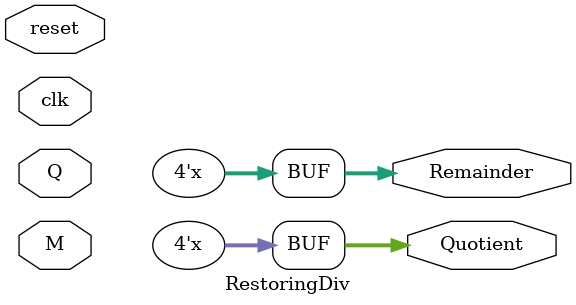
<source format=v>
`timescale 1ns / 1ps


module RestoringDiv(clk, reset, Q, M, Quotient, Remainder);
input clk, reset;
input [3:0] Q, M;
output reg [3:0] Quotient, Remainder;

localparam S0 = 3'd0;
localparam S1 = 3'd1;
localparam S2 = 3'd2;
localparam S3 = 3'd3;
localparam S4 = 3'd4;
localparam S5 = 3'd5;
localparam S6 = 3'd6;

reg [2:0] state, nextState;

reg [8:0] A;
//reg [4:0] m, m_comp;
reg [2:0] count;

always @(posedge clk or posedge reset)
begin
    if(reset)
        state <= S0;
    else
        state <= nextState;
end


always @(*)
case(state)
S0: begin
    A = {5'd0, Q};
    count = 3'd0;
   // m_comp = {1'b1, -M};
    
    nextState = S1;
end

S1: begin
    A = {A[7:0], 1'b0};
    
    nextState = S2;
end


S2: begin
    A[8:4] = A[8:4] - M;
    
    if(A[8])
        nextState = S3;
    else if(!A[8])
        nextState = S4;
end

S3: begin
    A[8:4] = A[8:4] + M;
    
    nextState = S5;
end

S4: begin
    A[0] = 1'b1;
    
    nextState = S5;
end

S5: begin
    count = count + 1'b1;
    
    if(count == 3'd4)
        nextState = S6;
    
    else if(count < 3'd4)
        nextState = S1;
end

S6: begin
    Remainder = A[7:4];
    Quotient = A[3:0];
end
endcase

endmodule

</source>
